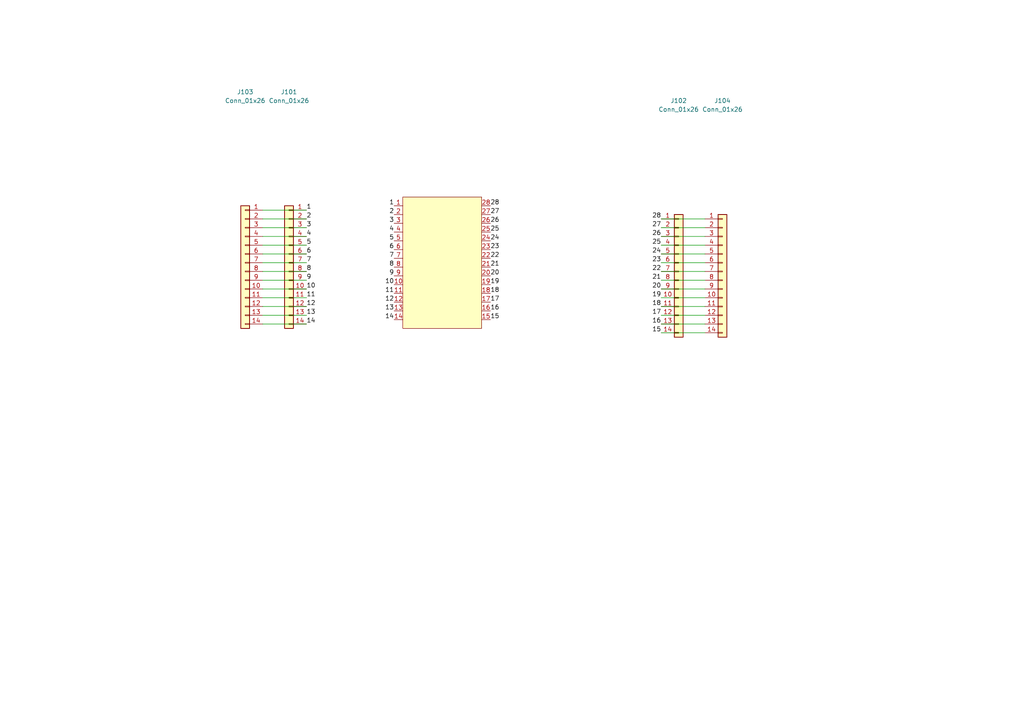
<source format=kicad_sch>
(kicad_sch (version 20250114) (generator "eeschema") (generator_version "9.0")
  (paper "A4")
  (lib_symbols
    (symbol "Connector_Generic:Conn_01x14" (pin_names (offset 1.016) (hide yes))
      (property "Reference" "J" (at 0 17.78 0))
      (property "Value" "Conn_01x14" (at 0 -20.32 0))
      (symbol "Conn_01x14_1_1"
        (rectangle (start -1.27 16.51) (end 1.27 -19.05) (stroke (width 0.254)) (fill (type background)))
        (rectangle (start -1.27 15.367) (end 0 15.113) (stroke (width 0.1524)))
        (rectangle (start -1.27 12.827) (end 0 12.573) (stroke (width 0.1524)))
        (rectangle (start -1.27 10.287) (end 0 10.033) (stroke (width 0.1524)))
        (rectangle (start -1.27 7.747) (end 0 7.493) (stroke (width 0.1524)))
        (rectangle (start -1.27 5.207) (end 0 4.953) (stroke (width 0.1524)))
        (rectangle (start -1.27 2.667) (end 0 2.413) (stroke (width 0.1524)))
        (rectangle (start -1.27 0.127) (end 0 -0.127) (stroke (width 0.1524)))
        (rectangle (start -1.27 -2.413) (end 0 -2.667) (stroke (width 0.1524)))
        (rectangle (start -1.27 -4.953) (end 0 -5.207) (stroke (width 0.1524)))
        (rectangle (start -1.27 -7.493) (end 0 -7.747) (stroke (width 0.1524)))
        (rectangle (start -1.27 -10.033) (end 0 -10.287) (stroke (width 0.1524)))
        (rectangle (start -1.27 -12.573) (end 0 -12.827) (stroke (width 0.1524)))
        (rectangle (start -1.27 -15.113) (end 0 -15.367) (stroke (width 0.1524)))
        (rectangle (start -1.27 -17.653) (end 0 -17.907) (stroke (width 0.1524)))
        (pin passive line (at -5.08 15.24 0) (length 3.81) (name "Pin_1") (number "1"))
        (pin passive line (at -5.08 12.7 0) (length 3.81) (name "Pin_2") (number "2"))
        (pin passive line (at -5.08 10.16 0) (length 3.81) (name "Pin_3") (number "3"))
        (pin passive line (at -5.08 7.62 0) (length 3.81) (name "Pin_4") (number "4"))
        (pin passive line (at -5.08 5.08 0) (length 3.81) (name "Pin_5") (number "5"))
        (pin passive line (at -5.08 2.54 0) (length 3.81) (name "Pin_6") (number "6"))
        (pin passive line (at -5.08 0 0) (length 3.81) (name "Pin_7") (number "7"))
        (pin passive line (at -5.08 -2.54 0) (length 3.81) (name "Pin_8") (number "8"))
        (pin passive line (at -5.08 -5.08 0) (length 3.81) (name "Pin_9") (number "9"))
        (pin passive line (at -5.08 -7.62 0) (length 3.81) (name "Pin_10") (number "10"))
        (pin passive line (at -5.08 -10.16 0) (length 3.81) (name "Pin_11") (number "11"))
        (pin passive line (at -5.08 -12.7 0) (length 3.81) (name "Pin_12") (number "12"))
        (pin passive line (at -5.08 -15.24 0) (length 3.81) (name "Pin_13") (number "13"))
        (pin passive line (at -5.08 -17.78 0) (length 3.81) (name "Pin_14") (number "14"))
      )
    )
    (symbol "Interface_Ethernet:VSC8541XMV-0x"
      (symbol "VSC8541XMV-0x_0_0"
        (pin unspecified line (at -13.97 16.51 0) (length 2.54) (name "") (number "1"))
        (pin unspecified line (at -13.97 13.97 0) (length 2.54) (name "") (number "2"))
        (pin unspecified line (at -13.97 11.43 0) (length 2.54) (name "") (number "3"))
        (pin unspecified line (at -13.97 8.89 0) (length 2.54) (name "") (number "4"))
        (pin unspecified line (at -13.97 6.35 0) (length 2.54) (name "") (number "5"))
        (pin unspecified line (at -13.97 3.81 0) (length 2.54) (name "") (number "6"))
        (pin unspecified line (at -13.97 1.27 0) (length 2.54) (name "") (number "7"))
        (pin unspecified line (at -13.97 -1.27 0) (length 2.54) (name "") (number "8"))
        (pin unspecified line (at -13.97 -3.81 0) (length 2.54) (name "") (number "9"))
        (pin unspecified line (at -13.97 -6.35 0) (length 2.54) (name "") (number "10"))
        (pin unspecified line (at -13.97 -8.89 0) (length 2.54) (name "") (number "11"))
        (pin unspecified line (at -13.97 -11.43 0) (length 2.54) (name "") (number "12"))
        (pin unspecified line (at -13.97 -13.97 0) (length 2.54) (name "") (number "13"))
        (pin unspecified line (at -13.97 -16.51 0) (length 2.54) (name "") (number "14"))
        (pin unspecified line (at 13.97 16.51 180) (length 2.54) (name "") (number "28"))
        (pin unspecified line (at 13.97 13.97 180) (length 2.54) (name "") (number "27"))
        (pin unspecified line (at 13.97 11.43 180) (length 2.54) (name "") (number "26"))
        (pin unspecified line (at 13.97 8.89 180) (length 2.54) (name "") (number "25"))
        (pin unspecified line (at 13.97 6.35 180) (length 2.54) (name "") (number "24"))
        (pin unspecified line (at 13.97 3.81 180) (length 2.54) (name "") (number "23"))
        (pin unspecified line (at 13.97 1.27 180) (length 2.54) (name "") (number "22"))
        (pin unspecified line (at 13.97 -1.27 180) (length 2.54) (name "") (number "21"))
        (pin unspecified line (at 13.97 -3.81 180) (length 2.54) (name "") (number "20"))
        (pin unspecified line (at 13.97 -6.35 180) (length 2.54) (name "") (number "19"))
        (pin unspecified line (at 13.97 -8.89 180) (length 2.54) (name "") (number "18"))
        (pin unspecified line (at 13.97 -11.43 180) (length 2.54) (name "") (number "17"))
        (pin unspecified line (at 13.97 -13.97 180) (length 2.54) (name "") (number "16"))
        (pin unspecified line (at 13.97 -16.51 180) (length 2.54) (name "") (number "15"))
      )
      (symbol "VSC8541XMV-0x_1_1"
        (rectangle (start -11.43 19.05) (end 11.43 -19.05) (fill (type background)))
      )
    )
  )
  (wire (pts (xy 204.47 66.04) (xy 191.77 66.04)))
  (wire (pts (xy 76.2 60.96) (xy 88.9 60.96)))
  (wire (pts (xy 76.2 88.9) (xy 88.9 88.9)))
  (wire (pts (xy 76.2 71.12) (xy 88.9 71.12)))
  (wire (pts (xy 204.47 81.28) (xy 191.77 81.28)))
  (wire (pts (xy 76.2 91.44) (xy 88.9 91.44)))
  (wire (pts (xy 76.2 63.5) (xy 88.9 63.5)))
  (wire (pts (xy 76.2 66.04) (xy 88.9 66.04)))
  (wire (pts (xy 204.47 88.9) (xy 191.77 88.9)))
  (wire (pts (xy 204.47 78.74) (xy 191.77 78.74)))
  (wire (pts (xy 204.47 76.2) (xy 191.77 76.2)))
  (wire (pts (xy 76.2 83.82) (xy 88.9 83.82)))
  (wire (pts (xy 204.47 93.98) (xy 191.77 93.98)))
  (wire (pts (xy 204.47 73.66) (xy 191.77 73.66)))
  (wire (pts (xy 204.47 96.52) (xy 191.77 96.52)))
  (wire (pts (xy 76.2 81.28) (xy 88.9 81.28)))
  (wire (pts (xy 204.47 63.5) (xy 191.77 63.5)))
  (wire (pts (xy 76.2 68.58) (xy 88.9 68.58)))
  (wire (pts (xy 204.47 91.44) (xy 191.77 91.44)))
  (wire (pts (xy 204.47 71.12) (xy 191.77 71.12)))
  (wire (pts (xy 76.2 78.74) (xy 88.9 78.74)))
  (wire (pts (xy 204.47 83.82) (xy 191.77 83.82)))
  (wire (pts (xy 76.2 86.36) (xy 88.9 86.36)))
  (wire (pts (xy 204.47 86.36) (xy 191.77 86.36)))
  (wire (pts (xy 76.2 76.2) (xy 88.9 76.2)))
  (wire (pts (xy 204.47 68.58) (xy 191.77 68.58)))
  (wire (pts (xy 76.2 93.98) (xy 88.9 93.98)))
  (wire (pts (xy 76.2 73.66) (xy 88.9 73.66)))
  (label "19" (at 191.77 86.36 180))
  (label "20" (at 191.77 83.82 180))
  (label "26" (at 191.77 68.58 180))
  (label "12" (at 88.9 88.9 0))
  (label "23" (at 191.77 76.2 180))
  (label "11" (at 88.9 86.36 0))
  (label "10" (at 88.9 83.82 0))
  (label "16" (at 191.77 93.98 180))
  (label "14" (at 88.9 93.98 0))
  (label "3" (at 88.9 66.04 0))
  (label "8" (at 88.9 78.74 0))
  (label "18" (at 191.77 88.9 180))
  (label "4" (at 88.9 68.58 0))
  (label "17" (at 191.77 91.44 180))
  (label "21" (at 191.77 81.28 180))
  (label "7" (at 88.9 76.2 0))
  (label "13" (at 88.9 91.44 0))
  (label "27" (at 191.77 66.04 180))
  (label "24" (at 191.77 73.66 180))
  (label "15" (at 191.77 96.52 180))
  (label "2" (at 88.9 63.5 0))
  (label "1" (at 88.9 60.96 0))
  (label "22" (at 191.77 78.74 180))
  (label "3" (at 114.3 64.77 180))
  (label "1" (at 114.3 59.69 180))
  (label "2" (at 114.3 62.23 180))
  (label "4" (at 114.3 67.31 180))
  (label "5" (at 114.3 69.85 180))
  (label "6" (at 114.3 72.39 180))
  (label "7" (at 114.3 74.93 180))
  (label "8" (at 114.3 77.47 180))
  (label "10" (at 114.3 82.55 180))
  (label "11" (at 114.3 85.09 180))
  (label "12" (at 114.3 87.63 180))
  (label "9" (at 114.3 80.01 180))
  (label "13" (at 114.3 90.17 180))
  (label "14" (at 114.3 92.71 180))
  (label "15" (at 142.24 92.71 0))
  (label "16" (at 142.24 90.17 0))
  (label "17" (at 142.24 87.63 0))
  (label "18" (at 142.24 85.09 0))
  (label "21" (at 142.24 77.47 0))
  (label "20" (at 142.24 80.01 0))
  (label "19" (at 142.24 82.55 0))
  (label "22" (at 142.24 74.93 0))
  (label "23" (at 142.24 72.39 0))
  (label "24" (at 142.24 69.85 0))
  (label "25" (at 142.24 67.31 0))
  (label "26" (at 142.24 64.77 0))
  (label "27" (at 142.24 62.23 0))
  (label "28" (at 142.24 59.69 0))
  (label "5" (at 88.9 71.12 0))
  (label "9" (at 88.9 81.28 0))
  (label "6" (at 88.9 73.66 0))
  (label "28" (at 191.77 63.5 180))
  (label "25" (at 191.77 71.12 180))
  (symbol (lib_id "Interface_Ethernet:VSC8541XMV-0x") (at 128.27 76.2 0) (unit 1)
    (property "Reference" "U101" (effects (hide yes)))
    (property "Value" "SSOP-28" (effects (hide yes)))
    (property "Footprint" "Package_SO:SSOP-28_5.3x10.2mm_P0.65mm" (effects (hide yes)))
  )
  (symbol (lib_id "Connector_Generic:Conn_01x14") (at 209.55 78.74 0) (unit 1)
    (property "Reference" "J104" (at 209.55 29.21 0))
    (property "Value" "Conn_01x26" (at 209.55 31.75 0))
    (property "Footprint" "Connector_PinHeader_2.54mm:PinHeader_1x14_P2.54mm_Vertical_SMD_Pin1Right" (effects (hide yes)))
    (property "Description" "Generic connector, single row, 01x14, script generated (kicad-library-utils/schlib/autogen/connector/)" (effects (hide yes)))
  )
  (symbol (lib_id "Connector_Generic:Conn_01x14") (at 83.82 76.2 0) (mirror y) (unit 1)
    (property "Reference" "J101" (at 83.82 26.67 0))
    (property "Value" "Conn_01x26" (at 83.82 29.21 0))
    (property "Footprint" "Connector_PinHeader_2.54mm:PinHeader_1x14_P2.54mm_Vertical" (effects (hide yes)))
    (property "Description" "Generic connector, single row, 01x14, script generated (kicad-library-utils/schlib/autogen/connector/)" (effects (hide yes)))
  )
  (symbol (lib_id "Connector_Generic:Conn_01x14") (at 196.85 78.74 0) (unit 1)
    (property "Reference" "J102" (at 196.85 29.21 0))
    (property "Value" "Conn_01x26" (at 196.85 31.75 0))
    (property "Footprint" "Connector_PinHeader_2.54mm:PinHeader_1x14_P2.54mm_Vertical" (effects (hide yes)))
    (property "Description" "Generic connector, single row, 01x14, script generated (kicad-library-utils/schlib/autogen/connector/)" (effects (hide yes)))
  )
  (symbol (lib_id "Connector_Generic:Conn_01x14") (at 71.12 76.2 0) (mirror y) (unit 1)
    (property "Reference" "J103" (at 71.12 26.67 0))
    (property "Value" "Conn_01x26" (at 71.12 29.21 0))
    (property "Footprint" "Connector_PinHeader_2.54mm:PinHeader_1x14_P2.54mm_Vertical_SMD_Pin1Right" (effects (hide yes)))
    (property "Description" "Generic connector, single row, 01x14, script generated (kicad-library-utils/schlib/autogen/connector/)" (effects (hide yes)))
  )
)
</source>
